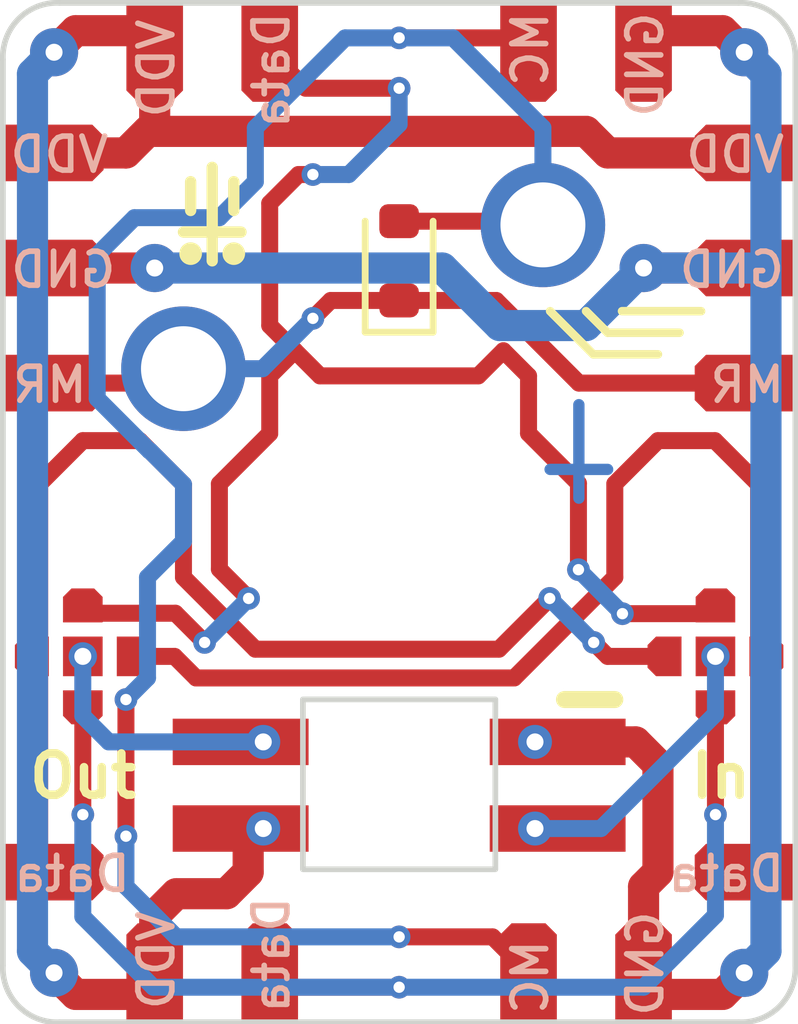
<source format=kicad_pcb>
(kicad_pcb (version 20221018) (generator pcbnew)
  (layers (0 "F.Cu" signal) (31 "B.Cu" signal) (34 "B.Paste" user) (35 "F.Paste" user) (36 "B.SilkS" user "B.Silkscreen") (37 "F.SilkS" user "F.Silkscreen") (38 "B.Mask" user) (39 "F.Mask" user) (44 "Edge.Cuts" user))
  (net 0 "")
  (net 1 "Net-(Key1-GND)")
  (net 2 "Net-(Key1-VDD)")
  (net 3 "Net-(Key1-DIN)")
  (net 4 "Net-(Key1-DOUT)")
  (net 5 "Net-(D1-A)")
  (net 6 "Net-(D1-K)")
  (net 7 "Net-(P1-Pad1)")
  (net 8 "Net-(P2-Pad1)")
  (net 9 "Net-(P6-Pad1)")
  (net 10 "Net-(P7-Pad1)")
  (footprint "Library:Pad" (layer "F.Cu") (at 61.722 41.148 -90)
    (fp_text reference "V4" hide)
    (fp_text value "~" hide)
    (pad "1" smd roundrect (at 0 0 270) (size 1.75 1) (layers "F.Cu" "F.Paste" "F.Mask") (roundrect_rratio 0) (chamfer_ratio 0.2) (chamfer top_left bottom_left) (net 2 "Net-(Key1-VDD)"))
  )
  (footprint "Library:Pad" (layer "F.Cu") (at 72.136 26.67)
    (fp_text reference "V2" hide)
    (fp_text value "~" hide)
    (pad "1" smd roundrect (at 0 0) (size 1.75 1) (layers "F.Cu" "F.Paste" "F.Mask") (roundrect_rratio 0) (chamfer_ratio 0.2) (chamfer top_left bottom_left) (net 2 "Net-(Key1-VDD)"))
  )
  (footprint "Library:Pad" (layer "F.Cu") (at 68.326 24.892 90)
    (fp_text reference "C1" hide)
    (fp_text value "~" hide)
    (pad "1" smd roundrect (at 0 0 90) (size 1.75 1) (layers "F.Cu" "F.Paste" "F.Mask") (roundrect_rratio 0) (chamfer_ratio 0.2) (chamfer top_left bottom_left) (net 5 "Net-(D1-A)"))
  )
  (footprint "Library:Pad" (layer "F.Cu") (at 59.944 26.67 180)
    (fp_text reference "V3" hide)
    (fp_text value "~" hide)
    (pad "1" smd roundrect (at 0 0 180) (size 1.75 1) (layers "F.Cu" "F.Paste" "F.Mask") (roundrect_rratio 0) (chamfer_ratio 0.2) (chamfer top_left bottom_left) (net 2 "Net-(Key1-VDD)"))
  )
  (footprint "Library:Pad" (layer "F.Cu") (at 59.944 30.734 180)
    (fp_text reference "R2" hide)
    (fp_text value "~" hide)
    (pad "1" smd roundrect (at 0 0 180) (size 1.75 1) (layers "F.Cu" "F.Paste" "F.Mask") (roundrect_rratio 0) (chamfer_ratio 0.2) (chamfer top_left bottom_left) (net 6 "Net-(D1-K)"))
  )
  (footprint "Library:Pad" (layer "F.Cu") (at 70.358 41.148 -90)
    (fp_text reference "G1" hide)
    (fp_text value "~" hide)
    (pad "1" smd roundrect (at 0 0 270) (size 1.75 1) (layers "F.Cu" "F.Paste" "F.Mask") (roundrect_rratio 0) (chamfer_ratio 0.2) (chamfer top_left bottom_left) (net 1 "Net-(Key1-GND)"))
  )
  (footprint "Library:Pad" (layer "F.Cu") (at 59.944 28.702 180)
    (fp_text reference "G4" hide)
    (fp_text value "~" hide)
    (pad "1" smd roundrect (at 0 0 180) (size 1.75 1) (layers "F.Cu" "F.Paste" "F.Mask") (roundrect_rratio 0) (chamfer_ratio 0.2) (chamfer top_left bottom_left) (net 1 "Net-(Key1-GND)"))
  )
  (footprint "Library:Pad" (layer "F.Cu") (at 72.136 39.37)
    (fp_text reference "P7" hide)
    (fp_text value "~" hide)
    (pad "1" smd roundrect (at 0 0) (size 1.75 1) (layers "F.Cu" "F.Paste" "F.Mask") (roundrect_rratio 0) (chamfer_ratio 0.2) (chamfer top_left bottom_left) (net 10 "Net-(P7-Pad1)"))
  )
  (footprint "Library:Pad" (layer "F.Cu") (at 72.136 30.734)
    (fp_text reference "R1" hide)
    (fp_text value "~" hide)
    (pad "1" smd roundrect (at 0 0) (size 1.75 1) (layers "F.Cu" "F.Paste" "F.Mask") (roundrect_rratio 0) (chamfer_ratio 0.2) (chamfer top_left bottom_left) (net 6 "Net-(D1-K)"))
  )
  (footprint "Library:Pad" (layer "F.Cu") (at 63.754 24.892 90)
    (fp_text reference "P2" hide)
    (fp_text value "~" hide)
    (pad "1" smd roundrect (at 0 0 90) (size 1.75 1) (layers "F.Cu" "F.Paste" "F.Mask") (roundrect_rratio 0) (chamfer_ratio 0.2) (chamfer top_left bottom_left) (net 8 "Net-(P2-Pad1)"))
  )
  (footprint "Diode_SMD:D_SOD-523" (layer "F.Cu") (at 66.04 28.575 90)
    (fp_text reference "D1" hide)
    (fp_text value "1N4148WT" hide)
    (fp_line (start -1.26 -0.6) (end -1.26 0.6) (stroke (width 0.12)) (layer "F.SilkS"))
    (fp_line (start 0.7 -0.6) (end -1.26 -0.6) (stroke (width 0.12)) (layer "F.SilkS"))
    (fp_line (start 0.7 0.6) (end -1.26 0.6) (stroke (width 0.12)) (layer "F.SilkS"))
    (pad "1" smd roundrect (at -0.7 0 270) (size 0.6 0.7) (layers "F.Cu" "F.Paste" "F.Mask") (net 6 "Net-(D1-K)"))
    (pad "2" smd roundrect (at 0.7 0 270) (size 0.6 0.7) (layers "F.Cu" "F.Paste" "F.Mask") (net 5 "Net-(D1-A)"))
  )
  (footprint "Library:Route_Pad" (layer "F.Cu") (at 60.452 35.56)
    (fp_text reference "RP2" hide)
    (fp_text value "~" hide)
    (pad "1" thru_hole circle (at 0 0) (size 0.5 0.5) (drill 0.3) (layers "*.Cu" "*.Mask") (net 4 "Net-(Key1-DOUT)"))
    (pad "1" smd rect (at 0 0) (size 0.7 0.7) (layers "F.Cu" "F.Paste" "F.Mask") (net 4 "Net-(Key1-DOUT)"))
    (pad "2" smd roundrect (at 0 -0.9) (size 0.7 0.6) (layers "F.Cu" "F.Paste" "F.Mask") (roundrect_rratio 0) (chamfer_ratio 0.25) (chamfer top_left top_right) (net 8 "Net-(P2-Pad1)"))
    (pad "3" smd roundrect (at 0 0.9) (size 0.7 0.6) (layers "F.Cu" "F.Paste" "F.Mask") (roundrect_rratio 0) (chamfer_ratio 0.25) (chamfer bottom_left bottom_right) (net 9 "Net-(P6-Pad1)"))
    (pad "4" smd roundrect (at -0.9 0) (size 0.6 0.7) (layers "F.Cu" "F.Paste" "F.Mask") (roundrect_rratio 0) (chamfer_ratio 0.25) (chamfer top_left bottom_left) (net 7 "Net-(P1-Pad1)"))
    (pad "5" smd roundrect (at 0.9 0) (size 0.6 0.7) (layers "F.Cu" "F.Paste" "F.Mask") (roundrect_rratio 0) (chamfer_ratio 0.25) (chamfer top_right bottom_right) (net 10 "Net-(P7-Pad1)"))
  )
  (footprint "Library:Pad" (layer "F.Cu") (at 72.136 28.702)
    (fp_text reference "G3" hide)
    (fp_text value "~" hide)
    (pad "1" smd roundrect (at 0 0) (size 1.75 1) (layers "F.Cu" "F.Paste" "F.Mask") (roundrect_rratio 0) (chamfer_ratio 0.2) (chamfer top_left bottom_left) (net 1 "Net-(Key1-GND)"))
  )
  (footprint "Library:Pad" (layer "F.Cu") (at 61.722 24.892 90)
    (fp_text reference "V1" hide)
    (fp_text value "~" hide)
    (pad "1" smd roundrect (at 0 0 90) (size 1.75 1) (layers "F.Cu" "F.Paste" "F.Mask") (roundrect_rratio 0) (chamfer_ratio 0.2) (chamfer top_left bottom_left) (net 2 "Net-(Key1-VDD)"))
  )
  (footprint "Library:Key" (layer "F.Cu") (at 66.04 33.02)
    (fp_text reference "Key1" hide)
    (fp_text value "~" hide)
    (fp_rect (start -1.7 3.3) (end 1.7 6.3) (stroke (width 0.1)) (fill none) (layer "Edge.Cuts"))
    (pad "" np_thru_hole circle (at -5.08 0) (size 1.7 1.7) (drill 1.7) (layers "F&B.Cu" "*.Mask"))
    (pad "" np_thru_hole circle (at 0 0) (size 4 4) (drill 4) (layers "F&B.Cu" "*.Mask"))
    (pad "" np_thru_hole circle (at 5.08 0) (size 1.7 1.7) (drill 1.7) (layers "F&B.Cu" "*.Mask"))
    (pad "1" thru_hole circle (at 2.54 -5.08) (size 2.2 2.2) (drill 1.5) (layers "*.Cu" "*.Mask") (net 5 "Net-(D1-A)"))
    (pad "2" thru_hole circle (at -3.81 -2.54) (size 2.2 2.2) (drill 1.5) (layers "*.Cu" "*.Mask") (net 6 "Net-(D1-K)"))
    (pad "3" smd rect (at -2.8 5.58) (size 2.4 0.82) (layers "F.Cu" "F.Paste" "F.Mask") (net 2 "Net-(Key1-VDD)"))
    (pad "3" thru_hole circle (at -2.4 5.58) (size 0.6 0.6) (drill 0.3) (layers "*.Cu" "*.Mask") (net 2 "Net-(Key1-VDD)"))
    (pad "4" smd rect (at -2.8 4.05) (size 2.4 0.82) (layers "F.Cu" "F.Paste" "F.Mask") (net 4 "Net-(Key1-DOUT)"))
    (pad "4" thru_hole circle (at -2.4 4.05) (size 0.6 0.6) (drill 0.3) (layers "*.Cu" "*.Mask") (net 4 "Net-(Key1-DOUT)"))
    (pad "5" thru_hole circle (at 2.4 4.05) (size 0.6 0.6) (drill 0.3) (layers "*.Cu" "*.Mask") (net 1 "Net-(Key1-GND)"))
    (pad "5" smd rect (at 2.8 4.05) (size 2.4 0.82) (layers "F.Cu" "F.Paste" "F.Mask") (net 1 "Net-(Key1-GND)"))
    (pad "6" thru_hole circle (at 2.4 5.58) (size 0.6 0.6) (drill 0.3) (layers "*.Cu" "*.Mask") (net 3 "Net-(Key1-DIN)"))
    (pad "6" smd rect (at 2.8 5.58) (size 2.4 0.82) (layers "F.Cu" "F.Paste" "F.Mask") (net 3 "Net-(Key1-DIN)"))
  )
  (footprint "Library:Pad" (layer "F.Cu") (at 63.754 41.148 -90)
    (fp_text reference "P6" hide)
    (fp_text value "~" hide)
    (pad "1" smd roundrect (at 0 0 270) (size 1.75 1) (layers "F.Cu" "F.Paste" "F.Mask") (roundrect_rratio 0) (chamfer_ratio 0.2) (chamfer top_left bottom_left) (net 9 "Net-(P6-Pad1)"))
  )
  (footprint "Library:Route_Pad" (layer "F.Cu") (at 71.628 35.56)
    (fp_text reference "RP1" hide)
    (fp_text value "~" hide)
    (pad "1" thru_hole circle (at 0 0) (size 0.5 0.5) (drill 0.3) (layers "*.Cu" "*.Mask") (net 3 "Net-(Key1-DIN)"))
    (pad "1" smd rect (at 0 0) (size 0.7 0.7) (layers "F.Cu" "F.Paste" "F.Mask") (net 3 "Net-(Key1-DIN)"))
    (pad "2" smd roundrect (at 0 -0.9) (size 0.7 0.6) (layers "F.Cu" "F.Paste" "F.Mask") (roundrect_rratio 0) (chamfer_ratio 0.25) (chamfer top_left top_right) (net 8 "Net-(P2-Pad1)"))
    (pad "3" smd roundrect (at 0 0.9) (size 0.7 0.6) (layers "F.Cu" "F.Paste" "F.Mask") (roundrect_rratio 0) (chamfer_ratio 0.25) (chamfer bottom_left bottom_right) (net 9 "Net-(P6-Pad1)"))
    (pad "4" smd roundrect (at -0.9 0) (size 0.6 0.7) (layers "F.Cu" "F.Paste" "F.Mask") (roundrect_rratio 0) (chamfer_ratio 0.25) (chamfer top_left bottom_left) (net 7 "Net-(P1-Pad1)"))
    (pad "5" smd roundrect (at 0.9 0) (size 0.6 0.7) (layers "F.Cu" "F.Paste" "F.Mask") (roundrect_rratio 0) (chamfer_ratio 0.25) (chamfer top_right bottom_right) (net 10 "Net-(P7-Pad1)"))
  )
  (footprint "Library:Pad" (layer "F.Cu") (at 68.326 41.148 -90)
    (fp_text reference "C2" hide)
    (fp_text value "~" hide)
    (pad "1" smd roundrect (at 0 0 270) (size 1.75 1) (layers "F.Cu" "F.Paste" "F.Mask") (roundrect_rratio 0) (chamfer_ratio 0.2) (chamfer top_left bottom_left) (net 5 "Net-(D1-A)"))
  )
  (footprint "Library:Pad" (layer "F.Cu") (at 70.358 24.892 90)
    (fp_text reference "G2" hide)
    (fp_text value "~" hide)
    (pad "1" smd roundrect (at 0 0 90) (size 1.75 1) (layers "F.Cu" "F.Paste" "F.Mask") (roundrect_rratio 0) (chamfer_ratio 0.2) (chamfer top_left bottom_left) (net 1 "Net-(Key1-GND)"))
  )
  (footprint "Library:Pad" (layer "F.Cu") (at 59.944 39.37 180)
    (fp_text reference "P1" hide)
    (fp_text value "~" hide)
    (pad "1" smd roundrect (at 0 0 180) (size 1.75 1) (layers "F.Cu" "F.Paste" "F.Mask") (roundrect_rratio 0) (chamfer_ratio 0.2) (chamfer top_left bottom_left) (net 7 "Net-(P1-Pad1)"))
  )
  (gr_line (start 69.215 31.115) (end 69.215 32.766) (stroke (width 0.2)) (layer "B.Cu"))
  (gr_line (start 68.707 32.258) (end 69.723 32.258) (stroke (width 0.2)) (layer "B.Cu"))
  (gr_line (start 69.469 30.226) (end 70.612 30.226) (stroke (width 0.15)) (layer "F.SilkS"))
  (gr_line (start 62.357 27.178) (end 62.357 27.686) (stroke (width 0.2)) (layer "F.SilkS"))
  (gr_line (start 68.707 29.464) (end 69.469 30.226) (stroke (width 0.15)) (layer "F.SilkS"))
  (gr_circle (center 62.357 28.448) (end 62.357001 28.448) (stroke (width 0.2)) (fill none) (layer "F.SilkS"))
  (gr_line (start 62.738 26.924) (end 62.738 28.575) (stroke (width 0.2)) (layer "F.SilkS"))
  (gr_circle (center 63.119 28.448) (end 63.119001 28.448) (stroke (width 0.2)) (fill none) (layer "F.SilkS"))
  (gr_line (start 62.23 28.067) (end 63.246 28.067) (stroke (width 0.2)) (layer "F.SilkS"))
  (gr_line (start 63.119 27.178) (end 63.119 27.686) (stroke (width 0.2)) (layer "F.SilkS"))
  (gr_line (start 69.977 29.464) (end 71.374 29.464) (stroke (width 0.15)) (layer "F.SilkS"))
  (gr_line (start 69.723 29.845) (end 70.993 29.845) (stroke (width 0.15)) (layer "F.SilkS"))
  (gr_line (start 68.961 36.322) (end 69.85 36.322) (stroke (width 0.3)) (layer "F.SilkS"))
  (gr_line (start 69.342 29.464) (end 69.723 29.845) (stroke (width 0.15)) (layer "F.SilkS"))
  (gr_arc (start 73.04 41.02) (mid 72.759994 41.739993) (end 72.04 42.02) (stroke (width 0.1)) (layer "Edge.Cuts"))
  (gr_line (start 59.04 25.02) (end 59.04 41.02) (stroke (width 0.1)) (layer "Edge.Cuts"))
  (gr_line (start 60.04 42.02) (end 72.04 42.02) (stroke (width 0.1)) (layer "Edge.Cuts"))
  (gr_arc (start 60.04 42.02) (mid 59.320007 41.739994) (end 59.04 41.02) (stroke (width 0.1)) (layer "Edge.Cuts"))
  (gr_arc (start 72.04 24.02) (mid 72.759993 24.300006) (end 73.04 25.02) (stroke (width 0.1)) (layer "Edge.Cuts"))
  (gr_line (start 73.04 25.02) (end 73.04 41.02) (stroke (width 0.1)) (layer "Edge.Cuts"))
  (gr_line (start 60.04 24.02) (end 72.04 24.02) (stroke (width 0.1)) (layer "Edge.Cuts"))
  (gr_arc (start 59.04 25.02) (mid 59.320006 24.300007) (end 60.04 24.02) (stroke (width 0.1)) (layer "Edge.Cuts"))
  (gr_text "VDD" (at 62.103 24.257 90) (layer "B.SilkS") (effects (font (size 0.6 0.6) (thickness 0.1) bold) (justify left bottom mirror)))
  (gr_text "MC" (at 68.707 40.513 90) (layer "B.SilkS") (effects (font (size 0.6 0.6) (thickness 0.1) bold) (justify left bottom mirror)))
  (gr_text "VDD" (at 62.103 40.005 90) (layer "B.SilkS") (effects (font (size 0.6 0.6) (thickness 0.1) bold) (justify left bottom mirror)))
  (gr_text "Data" (at 64.135 39.751 90) (layer "B.SilkS") (effects (font (size 0.6 0.6) (thickness 0.1) bold) (justify left bottom mirror)))
  (gr_text "Data" (at 64.135 24.13 90) (layer "B.SilkS") (effects (font (size 0.6 0.6) (thickness 0.1) bold) (justify left bottom mirror)))
  (gr_text "Data" (at 72.898 39.751) (layer "B.SilkS") (effects (font (size 0.6 0.6) (thickness 0.1) bold) (justify left bottom mirror)))
  (gr_text "GND" (at 70.739 24.13 90) (layer "B.SilkS") (effects (font (size 0.6 0.6) (thickness 0.1) bold) (justify left bottom mirror)))
  (gr_text "VDD" (at 72.898 27.051) (layer "B.SilkS") (effects (font (size 0.6 0.6) (thickness 0.1) bold) (justify left bottom mirror)))
  (gr_text "GND" (at 72.898 29.083) (layer "B.SilkS") (effects (font (size 0.6 0.6) (thickness 0.1) bold) (justify left bottom mirror)))
  (gr_text "GND" (at 61.087 29.083) (layer "B.SilkS") (effects (font (size 0.6 0.6) (thickness 0.1) bold) (justify left bottom mirror)))
  (gr_text "MR" (at 72.898 31.115) (layer "B.SilkS") (effects (font (size 0.6 0.6) (thickness 0.1) bold) (justify left bottom mirror)))
  (gr_text "Data" (at 61.341 39.751) (layer "B.SilkS") (effects (font (size 0.6 0.6) (thickness 0.1) bold) (justify left bottom mirror)))
  (gr_text "MC" (at 68.707 24.13 90) (layer "B.SilkS") (effects (font (size 0.6 0.6) (thickness 0.1) bold) (justify left bottom mirror)))
  (gr_text "MR" (at 60.579 31.115) (layer "B.SilkS") (effects (font (size 0.6 0.6) (thickness 0.1) bold) (justify left bottom mirror)))
  (gr_text "GND" (at 70.739 40.005 90) (layer "B.SilkS") (effects (font (size 0.6 0.6) (thickness 0.1) bold) (justify left bottom mirror)))
  (gr_text "VDD" (at 60.96 27.051) (layer "B.SilkS") (effects (font (size 0.6 0.6) (thickness 0.1) bold) (justify left bottom mirror)))
  (gr_text "Out" (at 59.436 38.1) (layer "F.SilkS") (effects (font (size 0.73 0.73) (thickness 0.15) bold) (justify left bottom)))
  (gr_text "In" (at 71.12 38.1) (layer "F.SilkS") (effects (font (size 0.73 0.73) (thickness 0.15) bold) (justify left bottom)))
  (segment (start 70.739 41.529) (end 70.358 41.148) (width 0.55) (layer "F.Cu") (net 1))
  (segment (start 70.358 39.624) (end 70.358 41.148) (width 0.55) (layer "F.Cu") (net 1))
  (segment (start 70.612 37.465) (end 70.612 39.37) (width 0.55) (layer "F.Cu") (net 1))
  (segment (start 61.722 28.702) (end 59.944 28.702) (width 0.55) (layer "F.Cu") (net 1))
  (segment (start 71.755 41.529) (end 70.739 41.529) (width 0.55) (layer "F.Cu") (net 1))
  (segment (start 70.217 37.07) (end 70.612 37.465) (width 0.55) (layer "F.Cu") (net 1))
  (segment (start 71.755 24.511) (end 70.739 24.511) (width 0.55) (layer "F.Cu") (net 1))
  (segment (start 72.136 24.892) (end 71.755 24.511) (width 0.55) (layer "F.Cu") (net 1))
  (segment (start 70.739 24.511) (end 70.358 24.892) (width 0.55) (layer "F.Cu") (net 1))
  (segment (start 72.136 41.148) (end 71.755 41.529) (width 0.55) (layer "F.Cu") (net 1))
  (segment (start 70.612 39.37) (end 70.358 39.624) (width 0.55) (layer "F.Cu") (net 1))
  (segment (start 68.84 37.07) (end 70.217 37.07) (width 0.55) (layer "F.Cu") (net 1))
  (segment (start 72.136 28.702) (end 70.358 28.702) (width 0.55) (layer "F.Cu") (net 1))
  (via (at 70.358 28.702) (size 0.85) (drill 0.3) (layers "F.Cu" "B.Cu") (net 1))
  (via (at 72.136 41.148) (size 0.85) (drill 0.3) (layers "F.Cu" "B.Cu") (net 1))
  (via (at 61.722 28.702) (size 0.85) (drill 0.3) (layers "F.Cu" "B.Cu") (net 1))
  (via (at 72.136 24.892) (size 0.85) (drill 0.3) (layers "F.Cu" "B.Cu") (net 1))
  (segment (start 67.818 29.718) (end 66.802 28.702) (width 0.55) (layer "B.Cu") (net 1))
  (segment (start 72.52 40.764) (end 72.52 28.702) (width 0.55) (layer "B.Cu") (net 1))
  (segment (start 70.358 28.702) (end 69.342 29.718) (width 0.55) (layer "B.Cu") (net 1))
  (segment (start 72.52 25.276) (end 72.52 28.702) (width 0.55) (layer "B.Cu") (net 1))
  (segment (start 72.136 41.148) (end 72.52 40.764) (width 0.55) (layer "B.Cu") (net 1))
  (segment (start 72.136 24.892) (end 72.52 25.276) (width 0.55) (layer "B.Cu") (net 1))
  (segment (start 66.802 28.702) (end 61.722 28.702) (width 0.55) (layer "B.Cu") (net 1))
  (segment (start 69.342 29.718) (end 67.818 29.718) (width 0.55) (layer "B.Cu") (net 1))
  (segment (start 70.358 28.702) (end 72.52 28.702) (width 0.55) (layer "B.Cu") (net 1))
  (segment (start 61.595 26.289) (end 61.214 26.67) (width 0.55) (layer "F.Cu") (net 2))
  (segment (start 63.373 38.733) (end 63.24 38.6) (width 0.55) (layer "F.Cu") (net 2))
  (segment (start 61.341 24.511) (end 61.722 24.892) (width 0.55) (layer "F.Cu") (net 2))
  (segment (start 59.944 24.892) (end 60.325 24.511) (width 0.55) (layer "F.Cu") (net 2))
  (segment (start 61.341 41.529) (end 61.722 41.148) (width 0.55) (layer "F.Cu") (net 2))
  (segment (start 69.342 26.289) (end 61.595 26.289) (width 0.55) (layer "F.Cu") (net 2))
  (segment (start 61.722 26.162) (end 61.468 26.416) (width 0.55) (layer "F.Cu") (net 2))
  (segment (start 63.373 39.37) (end 63.373 38.733) (width 0.55) (layer "F.Cu") (net 2))
  (segment (start 60.325 41.529) (end 61.341 41.529) (width 0.55) (layer "F.Cu") (net 2))
  (segment (start 61.722 41.148) (end 61.722 40.132) (width 0.55) (layer "F.Cu") (net 2))
  (segment (start 72.136 26.67) (end 69.723 26.67) (width 0.55) (layer "F.Cu") (net 2))
  (segment (start 61.722 40.132) (end 62.103 39.751) (width 0.55) (layer "F.Cu") (net 2))
  (segment (start 61.214 26.67) (end 59.944 26.67) (width 0.55) (layer "F.Cu") (net 2))
  (segment (start 62.103 39.751) (end 62.992 39.751) (width 0.55) (layer "F.Cu") (net 2))
  (segment (start 59.944 41.148) (end 60.325 41.529) (width 0.55) (layer "F.Cu") (net 2))
  (segment (start 69.723 26.67) (end 69.342 26.289) (width 0.55) (layer "F.Cu") (net 2))
  (segment (start 61.722 24.892) (end 61.722 26.162) (width 0.55) (layer "F.Cu") (net 2))
  (segment (start 62.992 39.751) (end 63.373 39.37) (width 0.55) (layer "F.Cu") (net 2))
  (segment (start 61.468 26.416) (end 61.214 26.67) (width 0.55) (layer "F.Cu") (net 2))
  (segment (start 60.325 24.511) (end 61.341 24.511) (width 0.55) (layer "F.Cu") (net 2))
  (via (at 59.944 41.148) (size 0.85) (drill 0.3) (layers "F.Cu" "B.Cu") (net 2))
  (via (at 59.944 24.892) (size 0.85) (drill 0.3) (layers "F.Cu" "B.Cu") (net 2))
  (segment (start 59.944 24.892) (end 59.563 25.273) (width 0.55) (layer "B.Cu") (net 2))
  (segment (start 59.563 25.273) (end 59.563 40.767) (width 0.55) (layer "B.Cu") (net 2))
  (segment (start 59.563 40.767) (end 59.944 41.148) (width 0.55) (layer "B.Cu") (net 2))
  (segment (start 68.44 38.6) (end 69.604 38.6) (width 0.3) (layer "B.Cu") (net 3))
  (segment (start 69.604 38.6) (end 71.628 36.576) (width 0.3) (layer "B.Cu") (net 3))
  (segment (start 71.628 36.576) (end 71.628 35.56) (width 0.3) (layer "B.Cu") (net 3))
  (segment (start 60.910295 37.07) (end 60.452 36.611705) (width 0.3) (layer "B.Cu") (net 4))
  (segment (start 63.64 37.07) (end 60.910295 37.07) (width 0.3) (layer "B.Cu") (net 4))
  (segment (start 60.452 36.611705) (end 60.452 35.56) (width 0.3) (layer "B.Cu") (net 4))
  (segment (start 68.072 24.638) (end 68.326 24.892) (width 0.3) (layer "F.Cu") (net 5))
  (segment (start 66.04 27.875) (end 68.515 27.875) (width 0.3) (layer "F.Cu") (net 5))
  (segment (start 61.214 38.735) (end 61.214 36.322) (width 0.3) (layer "F.Cu") (net 5))
  (segment (start 66.04 24.638) (end 68.072 24.638) (width 0.3) (layer "F.Cu") (net 5))
  (segment (start 67.691 40.513) (end 66.04 40.513) (width 0.3) (layer "F.Cu") (net 5))
  (segment (start 68.515 27.875) (end 68.58 27.94) (width 0.3) (layer "F.Cu") (net 5))
  (segment (start 68.326 41.148) (end 67.691 40.513) (width 0.3) (layer "F.Cu") (net 5))
  (via (at 61.214 36.322) (size 0.4) (drill 0.2) (layers "F.Cu" "B.Cu") (net 5))
  (via (at 66.04 40.513) (size 0.4) (drill 0.2) (layers "F.Cu" "B.Cu") (net 5))
  (via (at 66.04 24.638) (size 0.4) (drill 0.2) (layers "F.Cu" "B.Cu") (net 5))
  (via (at 61.214 38.735) (size 0.4) (drill 0.2) (layers "F.Cu" "B.Cu") (net 5))
  (segment (start 66.04 24.638) (end 66.9925 24.638) (width 0.3) (layer "B.Cu") (net 5))
  (segment (start 61.214 38.735) (end 61.214 39.624) (width 0.3) (layer "B.Cu") (net 5))
  (segment (start 62.865 27.813) (end 63.5 27.178) (width 0.3) (layer "B.Cu") (net 5))
  (segment (start 60.706 28.471492) (end 61.364492 27.813) (width 0.3) (layer "B.Cu") (net 5))
  (segment (start 61.62939 31.93) (end 60.706 31.00661) (width 0.3) (layer "B.Cu") (net 5))
  (segment (start 66.9925 24.638) (end 68.58 26.2255) (width 0.3) (layer "B.Cu") (net 5))
  (segment (start 61.214 39.624) (end 62.103 40.513) (width 0.3) (layer "B.Cu") (net 5))
  (segment (start 62.23 33.528) (end 62.23 32.522233) (width 0.3) (layer "B.Cu") (net 5))
  (segment (start 62.23 32.522233) (end 61.637767 31.93) (width 0.3) (layer "B.Cu") (net 5))
  (segment (start 60.706 31.00661) (end 60.706 28.471492) (width 0.3) (layer "B.Cu") (net 5))
  (segment (start 62.103 40.513) (end 66.04 40.513) (width 0.3) (layer "B.Cu") (net 5))
  (segment (start 61.214 36.322) (end 61.595 35.941) (width 0.3) (layer "B.Cu") (net 5))
  (segment (start 63.5 26.2255) (end 65.0875 24.638) (width 0.3) (layer "B.Cu") (net 5))
  (segment (start 61.595 34.163) (end 62.23 33.528) (width 0.3) (layer "B.Cu") (net 5))
  (segment (start 63.5 27.178) (end 63.5 26.2255) (width 0.3) (layer "B.Cu") (net 5))
  (segment (start 61.637767 31.93) (end 61.62939 31.93) (width 0.3) (layer "B.Cu") (net 5))
  (segment (start 65.0875 24.638) (end 66.04 24.638) (width 0.3) (layer "B.Cu") (net 5))
  (segment (start 68.58 26.2255) (end 68.58 27.94) (width 0.3) (layer "B.Cu") (net 5))
  (segment (start 61.595 35.941) (end 61.595 34.163) (width 0.3) (layer "B.Cu") (net 5))
  (segment (start 61.364492 27.813) (end 62.865 27.813) (width 0.3) (layer "B.Cu") (net 5))
  (segment (start 61.976 30.734) (end 62.23 30.48) (width 0.3) (layer "F.Cu") (net 6))
  (segment (start 67.756 29.275) (end 69.215 30.734) (width 0.3) (layer "F.Cu") (net 6))
  (segment (start 59.944 30.734) (end 61.976 30.734) (width 0.3) (layer "F.Cu") (net 6))
  (segment (start 69.215 30.734) (end 72.136 30.734) (width 0.3) (layer "F.Cu") (net 6))
  (segment (start 66.04 29.275) (end 67.756 29.275) (width 0.3) (layer "F.Cu") (net 6))
  (segment (start 64.832 29.275) (end 66.04 29.275) (width 0.3) (layer "F.Cu") (net 6))
  (segment (start 64.516 29.591) (end 64.832 29.275) (width 0.3) (layer "F.Cu") (net 6))
  (via (at 64.516 29.591) (size 0.4) (drill 0.2) (layers "F.Cu" "B.Cu") (net 6))
  (segment (start 64.516 29.591) (end 63.627 30.48) (width 0.3) (layer "B.Cu") (net 6))
  (segment (start 63.627 30.48) (end 62.23 30.48) (width 0.3) (layer "B.Cu") (net 6))
  (segment (start 62.23 32.522233) (end 61.457767 31.75) (width 0.3) (layer "F.Cu") (net 7))
  (segment (start 63.5 35.433) (end 62.23 34.163) (width 0.3) (layer "F.Cu") (net 7))
  (segment (start 68.699444 34.536444) (end 67.802888 35.433) (width 0.3) (layer "F.Cu") (net 7))
  (segment (start 59.69 32.512) (end 59.69 35.422) (width 0.3) (layer "F.Cu") (net 7))
  (segment (start 67.802888 35.433) (end 63.5 35.433) (width 0.3) (layer "F.Cu") (net 7))
  (segment (start 59.552 35.56) (end 59.69 35.698) (width 0.3) (layer "F.Cu") (net 7))
  (segment (start 59.69 35.422) (end 59.552 35.56) (width 0.3) (layer "F.Cu") (net 7))
  (segment (start 61.457767 31.75) (end 60.452 31.75) (width 0.3) (layer "F.Cu") (net 7))
  (segment (start 60.452 31.75) (end 59.69 32.512) (width 0.3) (layer "F.Cu") (net 7))
  (segment (start 69.723 35.56) (end 70.728 35.56) (width 0.3) (layer "F.Cu") (net 7))
  (segment (start 62.23 34.163) (end 62.23 32.522233) (width 0.3) (layer "F.Cu") (net 7))
  (segment (start 69.476556 35.313556) (end 69.723 35.56) (width 0.3) (layer "F.Cu") (net 7))
  (segment (start 59.69 35.698) (end 59.69 39.116) (width 0.3) (layer "F.Cu") (net 7))
  (segment (start 59.69 39.116) (end 59.944 39.37) (width 0.3) (layer "F.Cu") (net 7))
  (via (at 68.699444 34.536444) (size 0.4) (drill 0.2) (layers "F.Cu" "B.Cu") (net 7))
  (via (at 69.476556 35.313556) (size 0.4) (drill 0.2) (layers "F.Cu" "B.Cu") (net 7))
  (segment (start 68.699444 34.536444) (end 69.476556 35.313556) (width 0.3) (layer "B.Cu") (net 7))
  (segment (start 67.437 30.607) (end 67.8815 30.1625) (width 0.3) (layer "F.Cu") (net 8))
  (segment (start 63.754 29.718) (end 63.754 27.559) (width 0.3) (layer "F.Cu") (net 8))
  (segment (start 68.326 30.607) (end 68.326 31.623) (width 0.3) (layer "F.Cu") (net 8))
  (segment (start 62.865 34.020888) (end 62.865 32.512) (width 0.3) (layer "F.Cu") (net 8))
  (segment (start 71.482444 34.805556) (end 71.628 34.66) (width 0.3) (layer "F.Cu") (net 8))
  (segment (start 64.1985 30.1625) (end 64.643 30.607) (width 0.3) (layer "F.Cu") (net 8))
  (segment (start 64.389 25.527) (end 63.754 24.892) (width 0.3) (layer "F.Cu") (net 8))
  (segment (start 63.380556 34.536444) (end 62.865 34.020888) (width 0.3) (layer "F.Cu") (net 8))
  (segment (start 62.603444 35.313556) (end 62.087888 34.798) (width 0.3) (layer "F.Cu") (net 8))
  (segment (start 63.754 27.559) (end 64.262 27.051) (width 0.3) (layer "F.Cu") (net 8))
  (segment (start 64.1985 30.1625) (end 63.754 29.718) (width 0.3) (layer "F.Cu") (net 8))
  (segment (start 64.262 27.051) (end 64.516 27.051) (width 0.3) (layer "F.Cu") (net 8))
  (segment (start 62.865 32.512) (end 63.754 31.623) (width 0.3) (layer "F.Cu") (net 8))
  (segment (start 63.754 30.607) (end 64.1985 30.1625) (width 0.3) (layer "F.Cu") (net 8))
  (segment (start 67.8815 30.1625) (end 68.326 30.607) (width 0.3) (layer "F.Cu") (net 8))
  (segment (start 66.04 25.527) (end 64.389 25.527) (width 0.3) (layer "F.Cu") (net 8))
  (segment (start 60.59 34.798) (end 60.452 34.66) (width 0.3) (layer "F.Cu") (net 8))
  (segment (start 69.207444 32.504444) (end 69.207444 34.028444) (width 0.3) (layer "F.Cu") (net 8))
  (segment (start 63.754 31.623) (end 63.754 30.607) (width 0.3) (layer "F.Cu") (net 8))
  (segment (start 62.087888 34.798) (end 60.59 34.798) (width 0.3) (layer "F.Cu") (net 8))
  (segment (start 64.643 30.607) (end 67.437 30.607) (width 0.3) (layer "F.Cu") (net 8))
  (segment (start 69.984556 34.805556) (end 71.482444 34.805556) (width 0.3) (layer "F.Cu") (net 8))
  (segment (start 68.326 31.623) (end 69.207444 32.504444) (width 0.3) (layer "F.Cu") (net 8))
  (via (at 69.207444 34.028444) (size 0.4) (drill 0.2) (layers "F.Cu" "B.Cu") (net 8))
  (via (at 62.603444 35.313556) (size 0.4) (drill 0.2) (layers "F.Cu" "B.Cu") (net 8))
  (via (at 66.04 25.527) (size 0.4) (drill 0.2) (layers "F.Cu" "B.Cu") (net 8))
  (via (at 69.984556 34.805556) (size 0.4) (drill 0.2) (layers "F.Cu" "B.Cu") (net 8))
  (via (at 64.516 27.051) (size 0.4) (drill 0.2) (layers "F.Cu" "B.Cu") (net 8))
  (via (at 63.380556 34.536444) (size 0.4) (drill 0.2) (layers "F.Cu" "B.Cu") (net 8))
  (segment (start 65.151 27.051) (end 66.04 26.162) (width 0.3) (layer "B.Cu") (net 8))
  (segment (start 62.603444 35.313556) (end 63.380556 34.536444) (width 0.3) (layer "B.Cu") (net 8))
  (segment (start 64.516 27.051) (end 65.151 27.051) (width 0.3) (layer "B.Cu") (net 8))
  (segment (start 66.04 26.162) (end 66.04 25.527) (width 0.3) (layer "B.Cu") (net 8))
  (segment (start 69.984556 34.805556) (end 69.207444 34.028444) (width 0.3) (layer "B.Cu") (net 8))
  (segment (start 64.008 41.402) (end 63.754 41.148) (width 0.3) (layer "F.Cu") (net 9))
  (segment (start 60.452 36.46) (end 60.452 38.354) (width 0.3) (layer "F.Cu") (net 9))
  (segment (start 66.04 41.402) (end 64.008 41.402) (width 0.3) (layer "F.Cu") (net 9))
  (segment (start 71.628 36.46) (end 71.628 38.354) (width 0.3) (layer "F.Cu") (net 9))
  (via (at 66.04 41.402) (size 0.4) (drill 0.2) (layers "F.Cu" "B.Cu") (net 9))
  (via (at 60.452 38.354) (size 0.4) (drill 0.2) (layers "F.Cu" "B.Cu") (net 9))
  (via (at 71.628 38.354) (size 0.4) (drill 0.2) (layers "F.Cu" "B.Cu") (net 9))
  (segment (start 60.452 38.354) (end 60.452 40.155492) (width 0.3) (layer "B.Cu") (net 9))
  (segment (start 70.358 41.402) (end 66.04 41.402) (width 0.3) (layer "B.Cu") (net 9))
  (segment (start 61.698508 41.402) (end 66.04 41.402) (width 0.3) (layer "B.Cu") (net 9))
  (segment (start 71.628 38.354) (end 71.628 40.132) (width 0.3) (layer "B.Cu") (net 9))
  (segment (start 60.452 40.155492) (end 61.698508 41.402) (width 0.3) (layer "B.Cu") (net 9))
  (segment (start 71.628 40.132) (end 70.358 41.402) (width 0.3) (layer "B.Cu") (net 9))
  (segment (start 71.617766 31.75) (end 70.612 31.75) (width 0.3) (layer "F.Cu") (net 10))
  (segment (start 69.85 34.163) (end 68.072 35.941) (width 0.3) (layer "F.Cu") (net 10))
  (segment (start 69.85 32.512) (end 69.85 34.163) (width 0.3) (layer "F.Cu") (net 10))
  (segment (start 70.612 31.75) (end 69.85 32.512) (width 0.3) (layer "F.Cu") (net 10))
  (segment (start 72.528 35.56) (end 72.39 35.698) (width 0.3) (layer "F.Cu") (net 10))
  (segment (start 68.072 35.941) (end 62.45307 35.941) (width 0.3) (layer "F.Cu") (net 10))
  (segment (start 72.39 35.422) (end 72.39 32.522234) (width 0.3) (layer "F.Cu") (net 10))
  (segment (start 72.528 35.56) (end 72.39 35.422) (width 0.3) (layer "F.Cu") (net 10))
  (segment (start 72.39 35.698) (end 72.39 39.116) (width 0.3) (layer "F.Cu") (net 10))
  (segment (start 62.45307 35.941) (end 62.07207 35.56) (width 0.3) (layer "F.Cu") (net 10))
  (segment (start 72.39 32.522234) (end 71.617766 31.75) (width 0.3) (layer "F.Cu") (net 10))
  (segment (start 62.07207 35.56) (end 61.352 35.56) (width 0.3) (layer "F.Cu") (net 10))
  (segment (start 72.39 39.116) (end 72.136 39.37) (width 0.3) (layer "F.Cu") (net 10))
)
</source>
